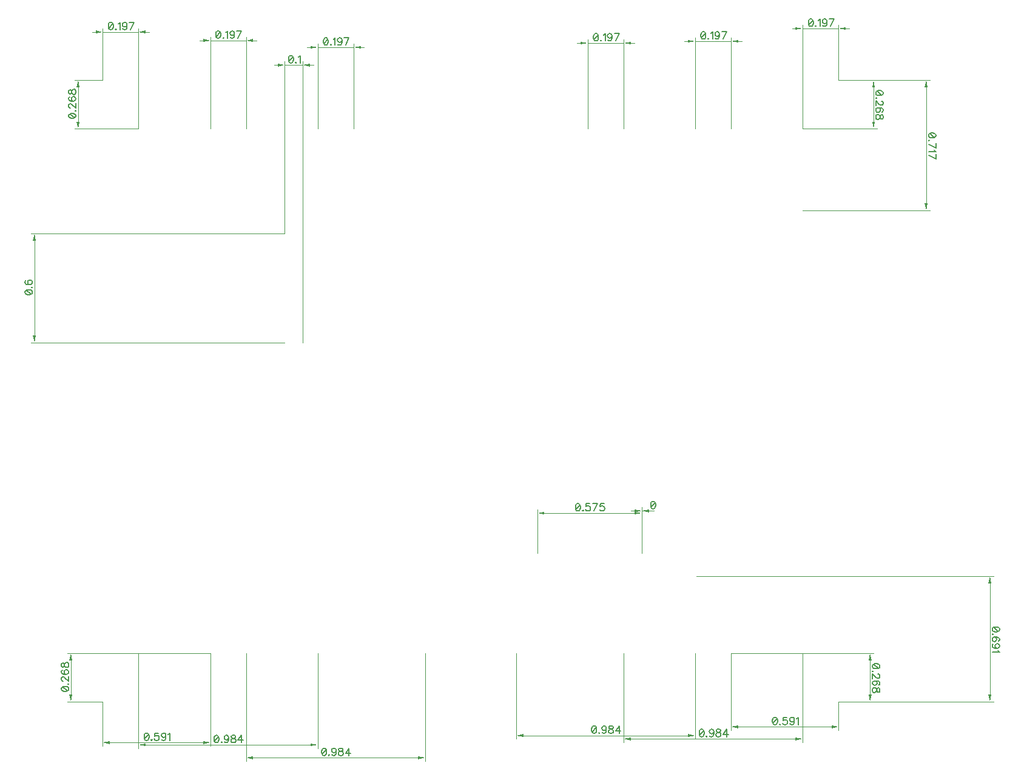
<source format=gbr>
%TF.GenerationSoftware,Novarm,DipTrace Beta,3.0.9.0*%
%TF.CreationDate,2017-03-15T19:41:20+02:00*%
%FSLAX26Y26*%
%MOIN*%
%TF.FileFunction,Drawing,Top*%
%TF.Part,Single*%
%ADD13C,0.0015*%
%ADD107C,0.006176*%
G75*
G01*
%LPD*%
X590850Y3543606D2*
D13*
Y4095819D1*
X394000Y3811323D2*
Y4095819D1*
Y4076134D2*
X590850D1*
X334945D2*
X354630D1*
G36*
X394000D2*
X354630Y4068260D1*
Y4084008D1*
X394000Y4076134D1*
G37*
X649906D2*
D13*
X630220D1*
G36*
X590850D2*
X630220Y4084008D1*
Y4068260D1*
X590850Y4076134D1*
G37*
Y3543606D2*
D13*
X238693D1*
X394000Y3811323D2*
X238693D1*
X258378Y3677465D2*
Y3582976D1*
G36*
Y3543606D2*
X250504Y3582976D1*
X266252D1*
X258378Y3543606D1*
G37*
Y3677465D2*
D13*
Y3771953D1*
G36*
Y3811323D2*
X266252Y3771953D1*
X250504D1*
X258378Y3811323D1*
G37*
X984551Y3543606D2*
D13*
Y4048777D1*
X1181402Y3543606D2*
Y4048777D1*
X984551Y4029092D2*
X1181402D1*
X925496D2*
X945181D1*
G36*
X984551D2*
X945181Y4021218D1*
Y4036966D1*
X984551Y4029092D1*
G37*
X1240457D2*
D13*
X1220772D1*
G36*
X1181402D2*
X1220772Y4036966D1*
Y4021218D1*
X1181402Y4029092D1*
G37*
X1575102Y3543606D2*
D13*
Y4011144D1*
X1771953Y3543606D2*
Y4011144D1*
X1575102Y3991459D2*
X1771953D1*
X1516047D2*
X1535732D1*
G36*
X1575102D2*
X1535732Y3983585D1*
Y3999333D1*
X1575102Y3991459D1*
G37*
X1831008D2*
D13*
X1811323D1*
G36*
X1771953D2*
X1811323Y3999333D1*
Y3983585D1*
X1771953Y3991459D1*
G37*
X4240457Y3543606D2*
D13*
Y4114635D1*
X4437307Y3811323D2*
Y4114635D1*
X4240457Y4094950D2*
X4437307D1*
X4181402D2*
X4201087D1*
G36*
X4240457D2*
X4201087Y4087076D1*
Y4102824D1*
X4240457Y4094950D1*
G37*
X4496362D2*
D13*
X4476677D1*
G36*
X4437307D2*
X4476677Y4102824D1*
Y4087076D1*
X4437307Y4094950D1*
G37*
X4240457Y3543606D2*
D13*
X4649033D1*
X4437307Y3811323D2*
X4649033D1*
X4629348Y3677465D2*
Y3582976D1*
G36*
Y3543606D2*
X4621474Y3582976D1*
X4637222D1*
X4629348Y3543606D1*
G37*
Y3677465D2*
D13*
Y3771953D1*
G36*
Y3811323D2*
X4637222Y3771953D1*
X4621474D1*
X4629348Y3811323D1*
G37*
X3846756Y3543606D2*
D13*
Y4044073D1*
X3649906Y3543606D2*
Y4044073D1*
Y4024388D2*
X3846756D1*
X3590850D2*
X3610535D1*
G36*
X3649906D2*
X3610535Y4016514D1*
Y4032262D1*
X3649906Y4024388D1*
G37*
X3905811D2*
D13*
X3886126D1*
G36*
X3846756D2*
X3886126Y4032262D1*
Y4016514D1*
X3846756Y4024388D1*
G37*
X3256205Y3543606D2*
D13*
Y4034665D1*
X3059354Y3543606D2*
Y4034665D1*
Y4014980D2*
X3256205D1*
X3000299D2*
X3019984D1*
G36*
X3059354D2*
X3019984Y4007106D1*
Y4022854D1*
X3059354Y4014980D1*
G37*
X3315260D2*
D13*
X3295575D1*
G36*
X3256205D2*
X3295575Y4022854D1*
Y4007106D1*
X3256205Y4014980D1*
G37*
X984551Y661717D2*
D13*
Y150815D1*
X394000Y394000D2*
Y150815D1*
X689276Y170500D2*
X945181D1*
G36*
X984551D2*
X945181Y162626D1*
Y178374D1*
X984551Y170500D1*
G37*
X689276D2*
D13*
X433370D1*
G36*
X394000D2*
X433370Y178374D1*
Y162626D1*
X394000Y170500D1*
G37*
X984551Y661717D2*
D13*
X199245D1*
X394000Y394000D2*
X199245D1*
X218930Y527858D2*
Y622346D1*
G36*
Y661717D2*
X226804Y622346D1*
X211056D1*
X218930Y661717D1*
G37*
Y527858D2*
D13*
Y433370D1*
G36*
Y394000D2*
X211056Y433370D1*
X226804D1*
X218930Y394000D1*
G37*
X1575102Y661717D2*
D13*
Y138147D1*
X590850Y661717D2*
Y138147D1*
X1082976Y157832D2*
X1535732D1*
G36*
X1575102D2*
X1535732Y149958D1*
Y165706D1*
X1575102Y157832D1*
G37*
X1082976D2*
D13*
X630220D1*
G36*
X590850D2*
X630220Y165706D1*
Y149958D1*
X590850Y157832D1*
G37*
X2165654Y661717D2*
D13*
Y67585D1*
X1181402Y661717D2*
Y67585D1*
X1673528Y87270D2*
X2126283D1*
G36*
X2165654D2*
X2126283Y79396D1*
Y95144D1*
X2165654Y87270D1*
G37*
X1673528D2*
D13*
X1220772D1*
G36*
X1181402D2*
X1220772Y95144D1*
Y79396D1*
X1181402Y87270D1*
G37*
X3846756Y661717D2*
D13*
Y236933D1*
X4437307Y394000D2*
Y236933D1*
X4142031Y256618D2*
X3886126D1*
G36*
X3846756D2*
X3886126Y264492D1*
Y248744D1*
X3846756Y256618D1*
G37*
X4142031D2*
D13*
X4397937D1*
G36*
X4437307D2*
X4397937Y248744D1*
Y264492D1*
X4437307Y256618D1*
G37*
X3846756Y661717D2*
D13*
X4630698D1*
X4437307Y394000D2*
X4630698D1*
X4611013Y527858D2*
Y622346D1*
G36*
Y661717D2*
X4618887Y622346D1*
X4603139D1*
X4611013Y661717D1*
G37*
Y527858D2*
D13*
Y433370D1*
G36*
Y394000D2*
X4603139Y433370D1*
X4618887D1*
X4611013Y394000D1*
G37*
X3256205Y661717D2*
D13*
Y171075D1*
X4240457Y661717D2*
Y171075D1*
X3748331Y190760D2*
X3295575D1*
G36*
X3256205D2*
X3295575Y198634D1*
Y182886D1*
X3256205Y190760D1*
G37*
X3748331D2*
D13*
X4201087D1*
G36*
X4240457D2*
X4201087Y182886D1*
Y198634D1*
X4240457Y190760D1*
G37*
X3649906Y661717D2*
D13*
Y189892D1*
X2665654Y661717D2*
Y189892D1*
X3157780Y209577D2*
X3610535D1*
G36*
X3649906D2*
X3610535Y201703D1*
Y217451D1*
X3649906Y209577D1*
G37*
X3157780D2*
D13*
X2705024D1*
G36*
X2665654D2*
X2705024Y217451D1*
Y201703D1*
X2665654Y209577D1*
G37*
X4437307Y3811323D2*
D13*
X4938685D1*
X4240063Y3094000D2*
X4938685D1*
X4919000Y3452661D2*
Y3771953D1*
G36*
Y3811323D2*
X4926874Y3771953D1*
X4911126D1*
X4919000Y3811323D1*
G37*
Y3452661D2*
D13*
Y3133370D1*
G36*
Y3094000D2*
X4911126Y3133370D1*
X4926874D1*
X4919000Y3094000D1*
G37*
X4437307Y394000D2*
D13*
X5288685D1*
X3656500Y1085437D2*
X5288685D1*
X5269000Y739719D2*
Y433370D1*
G36*
Y394000D2*
X5261126Y433370D1*
X5276874D1*
X5269000Y394000D1*
G37*
Y739719D2*
D13*
Y1046067D1*
G36*
Y1085437D2*
X5276874Y1046067D1*
X5261126D1*
X5269000Y1085437D1*
G37*
X1394000Y2969000D2*
D13*
X-685D1*
X1394000Y2369000D2*
X-685D1*
X19000Y2669000D2*
Y2929630D1*
G36*
Y2969000D2*
X26874Y2929630D1*
X11126D1*
X19000Y2969000D1*
G37*
Y2669000D2*
D13*
Y2408370D1*
G36*
Y2369000D2*
X11126Y2408370D1*
X26874D1*
X19000Y2369000D1*
G37*
X1394000Y2969000D2*
D13*
Y3913685D1*
X1494000Y2369000D2*
Y3913685D1*
X1394000Y3894000D2*
X1494000D1*
X1334945D2*
X1354630D1*
G36*
X1394000D2*
X1354630Y3886126D1*
Y3901874D1*
X1394000Y3894000D1*
G37*
X1553055D2*
D13*
X1533370D1*
G36*
X1494000D2*
X1533370Y3901874D1*
Y3886126D1*
X1494000Y3894000D1*
G37*
X2781500Y1211421D2*
D13*
Y1451185D1*
X3356500Y1211421D2*
Y1451185D1*
X3069000Y1431500D2*
X2820870D1*
G36*
X2781500D2*
X2820870Y1439374D1*
Y1423626D1*
X2781500Y1431500D1*
G37*
X3069000D2*
D13*
X3317130D1*
G36*
X3356500D2*
X3317130Y1423626D1*
Y1439374D1*
X3356500Y1431500D1*
G37*
Y1211421D2*
D13*
Y1463685D1*
Y1211421D2*
Y1463685D1*
Y1444000D2*
D3*
X3297445D2*
X3317130D1*
G36*
X3356500D2*
X3317130Y1436126D1*
Y1451874D1*
X3356500Y1444000D1*
G37*
X3415555D2*
D13*
X3395870D1*
G36*
X3356500D2*
X3395870Y1451874D1*
Y1436126D1*
X3356500Y1444000D1*
G37*
X3422665D2*
D13*
X3356500D1*
X436344Y4128492D2*
D107*
X430596Y4126591D1*
X426749Y4120843D1*
X424848Y4111293D1*
Y4105544D1*
X426749Y4095994D1*
X430596Y4090246D1*
X436344Y4088345D1*
X440147D1*
X445895Y4090246D1*
X449697Y4095994D1*
X451643Y4105544D1*
Y4111293D1*
X449697Y4120843D1*
X445895Y4126591D1*
X440147Y4128492D1*
X436344D1*
X449697Y4120843D2*
X426749Y4095994D1*
X465895Y4092191D2*
X463994Y4090246D1*
X465895Y4088345D1*
X467841Y4090246D1*
X465895Y4092191D1*
X480192Y4120843D2*
X484039Y4122789D1*
X489787Y4128492D1*
Y4088345D1*
X527032Y4115139D2*
X525086Y4109391D1*
X521284Y4105544D1*
X515536Y4103643D1*
X513635D1*
X507887Y4105544D1*
X504084Y4109391D1*
X502139Y4115139D1*
Y4117041D1*
X504084Y4122789D1*
X507887Y4126591D1*
X513635Y4128492D1*
X515536D1*
X521284Y4126591D1*
X525086Y4122789D1*
X527032Y4115139D1*
Y4105544D1*
X525086Y4095994D1*
X521284Y4090246D1*
X515536Y4088345D1*
X511733D1*
X505985Y4090246D1*
X504084Y4094093D1*
X547033Y4088345D2*
X566178Y4128492D1*
X539383D1*
X206019Y3612828D2*
X207921Y3607080D1*
X213669Y3603233D1*
X223219Y3601332D1*
X228967D1*
X238518Y3603233D1*
X244266Y3607080D1*
X246167Y3612828D1*
Y3616630D1*
X244266Y3622378D1*
X238518Y3626181D1*
X228967Y3628126D1*
X223219D1*
X213669Y3626181D1*
X207921Y3622378D1*
X206019Y3616630D1*
Y3612828D1*
X213669Y3626181D2*
X238518Y3603233D1*
X242320Y3642379D2*
X244266Y3640478D1*
X246167Y3642379D1*
X244266Y3644325D1*
X242320Y3642379D1*
X215570Y3658621D2*
X213669D1*
X209822Y3660523D1*
X207921Y3662424D1*
X206019Y3666271D1*
Y3673920D1*
X207921Y3677723D1*
X209822Y3679624D1*
X213669Y3681569D1*
X217471D1*
X221318Y3679624D1*
X227022Y3675821D1*
X246167Y3656676D1*
Y3683471D1*
X211723Y3718770D2*
X207921Y3716869D1*
X206019Y3711121D1*
Y3707318D1*
X207921Y3701570D1*
X213669Y3697723D1*
X223219Y3695822D1*
X232770D1*
X240419Y3697723D1*
X244266Y3701570D1*
X246167Y3707318D1*
Y3709219D1*
X244266Y3714923D1*
X240419Y3718770D1*
X234671Y3720671D1*
X232770D1*
X227022Y3718770D1*
X223219Y3714923D1*
X221318Y3709219D1*
Y3707318D1*
X223219Y3701570D1*
X227022Y3697723D1*
X232770Y3695822D1*
X206019Y3742573D2*
X207921Y3736869D1*
X211723Y3734924D1*
X215570D1*
X219373Y3736869D1*
X221318Y3740672D1*
X223219Y3748321D1*
X225121Y3754069D1*
X228967Y3757872D1*
X232770Y3759773D1*
X238518D1*
X242320Y3757872D1*
X244266Y3755971D1*
X246167Y3750223D1*
Y3742573D1*
X244266Y3736869D1*
X242320Y3734924D1*
X238518Y3733023D1*
X232770D1*
X228967Y3734924D1*
X225121Y3738771D1*
X223219Y3744474D1*
X221318Y3752124D1*
X219373Y3755971D1*
X215570Y3757872D1*
X211723D1*
X207921Y3755971D1*
X206019Y3750223D1*
Y3742573D1*
X1026895Y4081450D2*
X1021147Y4079549D1*
X1017301Y4073801D1*
X1015399Y4064251D1*
Y4058502D1*
X1017301Y4048952D1*
X1021147Y4043204D1*
X1026895Y4041303D1*
X1030698D1*
X1036446Y4043204D1*
X1040248Y4048952D1*
X1042194Y4058502D1*
Y4064251D1*
X1040248Y4073801D1*
X1036446Y4079549D1*
X1030698Y4081450D1*
X1026895D1*
X1040248Y4073801D2*
X1017301Y4048952D1*
X1056447Y4045149D2*
X1054545Y4043204D1*
X1056447Y4041303D1*
X1058392Y4043204D1*
X1056447Y4045149D1*
X1070744Y4073801D2*
X1074590Y4075747D1*
X1080338Y4081450D1*
Y4041303D1*
X1117583Y4068097D2*
X1115638Y4062349D1*
X1111835Y4058502D1*
X1106087Y4056601D1*
X1104186D1*
X1098438Y4058502D1*
X1094635Y4062349D1*
X1092690Y4068097D1*
Y4069999D1*
X1094635Y4075747D1*
X1098438Y4079549D1*
X1104186Y4081450D1*
X1106087D1*
X1111835Y4079549D1*
X1115638Y4075747D1*
X1117583Y4068097D1*
Y4058502D1*
X1115638Y4048952D1*
X1111835Y4043204D1*
X1106087Y4041303D1*
X1102284D1*
X1096536Y4043204D1*
X1094635Y4047051D1*
X1137584Y4041303D2*
X1156729Y4081450D1*
X1129934D1*
X1617447Y4043818D2*
X1611699Y4041917D1*
X1607852Y4036169D1*
X1605950Y4026618D1*
Y4020870D1*
X1607852Y4011319D1*
X1611699Y4005571D1*
X1617447Y4003670D1*
X1621249D1*
X1626997Y4005571D1*
X1630800Y4011319D1*
X1632745Y4020870D1*
Y4026618D1*
X1630800Y4036169D1*
X1626997Y4041917D1*
X1621249Y4043818D1*
X1617447D1*
X1630800Y4036169D2*
X1607852Y4011319D1*
X1646998Y4007517D2*
X1645097Y4005571D1*
X1646998Y4003670D1*
X1648943Y4005571D1*
X1646998Y4007517D1*
X1661295Y4036169D2*
X1665141Y4038114D1*
X1670889Y4043818D1*
Y4003670D1*
X1708134Y4030465D2*
X1706189Y4024717D1*
X1702386Y4020870D1*
X1696638Y4018969D1*
X1694737D1*
X1688989Y4020870D1*
X1685186Y4024717D1*
X1683241Y4030465D1*
Y4032366D1*
X1685186Y4038114D1*
X1688989Y4041917D1*
X1694737Y4043818D1*
X1696638D1*
X1702386Y4041917D1*
X1706189Y4038114D1*
X1708134Y4030465D1*
Y4020870D1*
X1706189Y4011319D1*
X1702386Y4005571D1*
X1696638Y4003670D1*
X1692836D1*
X1687088Y4005571D1*
X1685186Y4009418D1*
X1728135Y4003670D2*
X1747280Y4043818D1*
X1720486D1*
X4282801Y4147309D2*
X4277053Y4145407D1*
X4273206Y4139659D1*
X4271305Y4130109D1*
Y4124361D1*
X4273206Y4114810D1*
X4277053Y4109062D1*
X4282801Y4107161D1*
X4286603D1*
X4292351Y4109062D1*
X4296154Y4114810D1*
X4298099Y4124361D1*
Y4130109D1*
X4296154Y4139659D1*
X4292351Y4145407D1*
X4286603Y4147309D1*
X4282801D1*
X4296154Y4139659D2*
X4273206Y4114810D1*
X4312352Y4111008D2*
X4310451Y4109062D1*
X4312352Y4107161D1*
X4314298Y4109062D1*
X4312352Y4111008D1*
X4326649Y4139659D2*
X4330496Y4141605D1*
X4336244Y4147309D1*
Y4107161D1*
X4373489Y4133956D2*
X4371543Y4128208D1*
X4367741Y4124361D1*
X4361993Y4122459D1*
X4360091D1*
X4354343Y4124361D1*
X4350541Y4128208D1*
X4348595Y4133956D1*
Y4135857D1*
X4350541Y4141605D1*
X4354343Y4145407D1*
X4360091Y4147309D1*
X4361993D1*
X4367741Y4145407D1*
X4371543Y4141605D1*
X4373489Y4133956D1*
Y4124361D1*
X4371543Y4114810D1*
X4367741Y4109062D1*
X4361993Y4107161D1*
X4358190D1*
X4352442Y4109062D1*
X4350541Y4112909D1*
X4393489Y4107161D2*
X4412635Y4147309D1*
X4385840D1*
X4681706Y3742101D2*
X4679805Y3747849D1*
X4674057Y3751696D1*
X4664506Y3753597D1*
X4658758D1*
X4649208Y3751696D1*
X4643460Y3747849D1*
X4641559Y3742101D1*
Y3738299D1*
X4643460Y3732551D1*
X4649208Y3728748D1*
X4658758Y3726803D1*
X4664506D1*
X4674057Y3728748D1*
X4679805Y3732551D1*
X4681706Y3738299D1*
Y3742101D1*
X4674057Y3728748D2*
X4649208Y3751696D1*
X4645405Y3712550D2*
X4643460Y3714451D1*
X4641559Y3712550D1*
X4643460Y3710605D1*
X4645405Y3712550D1*
X4672156Y3696308D2*
X4674057D1*
X4677904Y3694406D1*
X4679805Y3692505D1*
X4681706Y3688658D1*
Y3681009D1*
X4679805Y3677207D1*
X4677904Y3675305D1*
X4674057Y3673360D1*
X4670254D1*
X4666408Y3675305D1*
X4660704Y3679108D1*
X4641559Y3698253D1*
Y3671458D1*
X4676002Y3636159D2*
X4679805Y3638060D1*
X4681706Y3643808D1*
Y3647611D1*
X4679805Y3653359D1*
X4674057Y3657206D1*
X4664506Y3659107D1*
X4654956D1*
X4647307Y3657206D1*
X4643460Y3653359D1*
X4641559Y3647611D1*
Y3645710D1*
X4643460Y3640006D1*
X4647307Y3636159D1*
X4653055Y3634258D1*
X4654956D1*
X4660704Y3636159D1*
X4664506Y3640006D1*
X4666408Y3645710D1*
Y3647611D1*
X4664506Y3653359D1*
X4660704Y3657206D1*
X4654956Y3659107D1*
X4681706Y3612356D2*
X4679805Y3618060D1*
X4676002Y3620005D1*
X4672156D1*
X4668353Y3618060D1*
X4666408Y3614257D1*
X4664506Y3606608D1*
X4662605Y3600860D1*
X4658758Y3597057D1*
X4654956Y3595156D1*
X4649208D1*
X4645405Y3597057D1*
X4643460Y3598959D1*
X4641559Y3604707D1*
Y3612356D1*
X4643460Y3618060D1*
X4645405Y3620005D1*
X4649208Y3621907D1*
X4654956D1*
X4658758Y3620005D1*
X4662605Y3616158D1*
X4664506Y3610455D1*
X4666408Y3602805D1*
X4668353Y3598959D1*
X4672156Y3597057D1*
X4676002D1*
X4679805Y3598959D1*
X4681706Y3604707D1*
Y3612356D1*
X3692250Y4076747D2*
X3686502Y4074846D1*
X3682655Y4069098D1*
X3680754Y4059547D1*
Y4053799D1*
X3682655Y4044249D1*
X3686502Y4038500D1*
X3692250Y4036599D1*
X3696052D1*
X3701800Y4038500D1*
X3705603Y4044249D1*
X3707548Y4053799D1*
Y4059547D1*
X3705603Y4069098D1*
X3701800Y4074846D1*
X3696052Y4076747D1*
X3692250D1*
X3705603Y4069098D2*
X3682655Y4044249D1*
X3721801Y4040446D2*
X3719900Y4038500D1*
X3721801Y4036599D1*
X3723746Y4038500D1*
X3721801Y4040446D1*
X3736098Y4069098D2*
X3739945Y4071043D1*
X3745693Y4076747D1*
Y4036599D1*
X3782937Y4063394D2*
X3780992Y4057646D1*
X3777189Y4053799D1*
X3771441Y4051898D1*
X3769540D1*
X3763792Y4053799D1*
X3759990Y4057646D1*
X3758044Y4063394D1*
Y4065295D1*
X3759990Y4071043D1*
X3763792Y4074846D1*
X3769540Y4076747D1*
X3771441D1*
X3777189Y4074846D1*
X3780992Y4071043D1*
X3782937Y4063394D1*
Y4053799D1*
X3780992Y4044249D1*
X3777189Y4038500D1*
X3771441Y4036599D1*
X3767639D1*
X3761891Y4038500D1*
X3759990Y4042347D1*
X3802938Y4036599D2*
X3822083Y4076747D1*
X3795289D1*
X3101699Y4067339D2*
X3095950Y4065438D1*
X3092104Y4059690D1*
X3090202Y4050139D1*
Y4044391D1*
X3092104Y4034840D1*
X3095950Y4029092D1*
X3101699Y4027191D1*
X3105501D1*
X3111249Y4029092D1*
X3115052Y4034840D1*
X3116997Y4044391D1*
Y4050139D1*
X3115052Y4059690D1*
X3111249Y4065438D1*
X3105501Y4067339D1*
X3101699D1*
X3115052Y4059690D2*
X3092104Y4034840D1*
X3131250Y4031038D2*
X3129349Y4029092D1*
X3131250Y4027191D1*
X3133195Y4029092D1*
X3131250Y4031038D1*
X3145547Y4059690D2*
X3149393Y4061635D1*
X3155141Y4067339D1*
Y4027191D1*
X3192386Y4053986D2*
X3190441Y4048238D1*
X3186638Y4044391D1*
X3180890Y4042490D1*
X3178989D1*
X3173241Y4044391D1*
X3169438Y4048238D1*
X3167493Y4053986D1*
Y4055887D1*
X3169438Y4061635D1*
X3173241Y4065438D1*
X3178989Y4067339D1*
X3180890D1*
X3186638Y4065438D1*
X3190441Y4061635D1*
X3192386Y4053986D1*
Y4044391D1*
X3190441Y4034840D1*
X3186638Y4029092D1*
X3180890Y4027191D1*
X3177088D1*
X3171340Y4029092D1*
X3169438Y4032939D1*
X3212387Y4027191D2*
X3231532Y4067339D1*
X3204738D1*
X633195Y222859D2*
X627447Y220957D1*
X623600Y215209D1*
X621699Y205659D1*
Y199911D1*
X623600Y190360D1*
X627447Y184612D1*
X633195Y182711D1*
X636997D1*
X642745Y184612D1*
X646548Y190360D1*
X648493Y199911D1*
Y205659D1*
X646548Y215209D1*
X642745Y220957D1*
X636997Y222859D1*
X633195D1*
X646548Y215209D2*
X623600Y190360D1*
X662746Y186558D2*
X660845Y184612D1*
X662746Y182711D1*
X664691Y184612D1*
X662746Y186558D1*
X699991Y222859D2*
X680889D1*
X678988Y205659D1*
X680889Y207560D1*
X686638Y209505D1*
X692341D1*
X698089Y207560D1*
X701936Y203757D1*
X703837Y198009D1*
Y194207D1*
X701936Y188459D1*
X698089Y184612D1*
X692341Y182711D1*
X686638D1*
X680889Y184612D1*
X678988Y186558D1*
X677043Y190360D1*
X741082Y209505D2*
X739137Y203757D1*
X735334Y199911D1*
X729586Y198009D1*
X727685D1*
X721937Y199911D1*
X718134Y203757D1*
X716189Y209505D1*
Y211407D1*
X718134Y217155D1*
X721937Y220957D1*
X727685Y222859D1*
X729586D1*
X735334Y220957D1*
X739137Y217155D1*
X741082Y209505D1*
Y199911D1*
X739137Y190360D1*
X735334Y184612D1*
X729586Y182711D1*
X725784D1*
X720036Y184612D1*
X718134Y188459D1*
X753434Y215209D2*
X757280Y217155D1*
X763028Y222859D1*
Y182711D1*
X166572Y463222D2*
X168473Y457473D1*
X174221Y453627D1*
X183772Y451725D1*
X189520D1*
X199070Y453627D1*
X204818Y457473D1*
X206720Y463222D1*
Y467024D1*
X204818Y472772D1*
X199070Y476575D1*
X189520Y478520D1*
X183772D1*
X174221Y476575D1*
X168473Y472772D1*
X166572Y467024D1*
Y463222D1*
X174221Y476575D2*
X199070Y453627D1*
X202873Y492773D2*
X204818Y490872D1*
X206720Y492773D1*
X204818Y494718D1*
X202873Y492773D1*
X176122Y509015D2*
X174221D1*
X170374Y510916D1*
X168473Y512818D1*
X166572Y516664D1*
Y524314D1*
X168473Y528116D1*
X170374Y530018D1*
X174221Y531963D1*
X178024D1*
X181871Y530018D1*
X187574Y526215D1*
X206720Y507070D1*
Y533864D1*
X172276Y569164D2*
X168473Y567262D1*
X166572Y561514D1*
Y557712D1*
X168473Y551964D1*
X174221Y548117D1*
X183772Y546216D1*
X193322D1*
X200972Y548117D1*
X204818Y551964D1*
X206720Y557712D1*
Y559613D1*
X204818Y565317D1*
X200972Y569164D1*
X195224Y571065D1*
X193322D1*
X187574Y569164D1*
X183772Y565317D1*
X181871Y559613D1*
Y557712D1*
X183772Y551964D1*
X187574Y548117D1*
X193322Y546216D1*
X166572Y592967D2*
X168473Y587263D1*
X172276Y585318D1*
X176122D1*
X179925Y587263D1*
X181871Y591066D1*
X183772Y598715D1*
X185673Y604463D1*
X189520Y608266D1*
X193322Y610167D1*
X199070D1*
X202873Y608266D1*
X204818Y606364D1*
X206720Y600616D1*
Y592967D1*
X204818Y587263D1*
X202873Y585318D1*
X199070Y583416D1*
X193322D1*
X189520Y585318D1*
X185673Y589164D1*
X183772Y594868D1*
X181871Y602517D1*
X179925Y606364D1*
X176122Y608266D1*
X172276D1*
X168473Y606364D1*
X166572Y600616D1*
Y592967D1*
X1017367Y210191D2*
X1011619Y208289D1*
X1007772Y202541D1*
X1005871Y192991D1*
Y187243D1*
X1007772Y177692D1*
X1011619Y171944D1*
X1017367Y170043D1*
X1021169D1*
X1026917Y171944D1*
X1030720Y177692D1*
X1032665Y187243D1*
Y192991D1*
X1030720Y202541D1*
X1026917Y208289D1*
X1021169Y210191D1*
X1017367D1*
X1030720Y202541D2*
X1007772Y177692D1*
X1046918Y173890D2*
X1045017Y171944D1*
X1046918Y170043D1*
X1048864Y171944D1*
X1046918Y173890D1*
X1086108Y196837D2*
X1084163Y191089D1*
X1080360Y187243D1*
X1074612Y185341D1*
X1072711D1*
X1066963Y187243D1*
X1063161Y191089D1*
X1061215Y196837D1*
Y198739D1*
X1063161Y204487D1*
X1066963Y208289D1*
X1072711Y210191D1*
X1074612D1*
X1080360Y208289D1*
X1084163Y204487D1*
X1086108Y196837D1*
Y187243D1*
X1084163Y177692D1*
X1080360Y171944D1*
X1074612Y170043D1*
X1070810D1*
X1065062Y171944D1*
X1063161Y175791D1*
X1108010Y210191D2*
X1102307Y208289D1*
X1100361Y204487D1*
Y200640D1*
X1102307Y196837D1*
X1106109Y194892D1*
X1113758Y192991D1*
X1119506Y191089D1*
X1123309Y187243D1*
X1125210Y183440D1*
Y177692D1*
X1123309Y173890D1*
X1121408Y171944D1*
X1115660Y170043D1*
X1108010D1*
X1102307Y171944D1*
X1100361Y173890D1*
X1098460Y177692D1*
Y183440D1*
X1100361Y187243D1*
X1104208Y191089D1*
X1109912Y192991D1*
X1117561Y194892D1*
X1121408Y196837D1*
X1123309Y200640D1*
Y204487D1*
X1121408Y208289D1*
X1115660Y210191D1*
X1108010D1*
X1156707Y170043D2*
Y210191D1*
X1137562Y183440D1*
X1166258D1*
X1607918Y139629D2*
X1602170Y137728D1*
X1598323Y131980D1*
X1596422Y122429D1*
Y116681D1*
X1598323Y107130D1*
X1602170Y101382D1*
X1607918Y99481D1*
X1611721D1*
X1617469Y101382D1*
X1621271Y107130D1*
X1623217Y116681D1*
Y122429D1*
X1621271Y131980D1*
X1617469Y137728D1*
X1611721Y139629D1*
X1607918D1*
X1621271Y131980D2*
X1598323Y107130D1*
X1637469Y103328D2*
X1635568Y101382D1*
X1637469Y99481D1*
X1639415Y101382D1*
X1637469Y103328D1*
X1676660Y126276D2*
X1674714Y120528D1*
X1670912Y116681D1*
X1665164Y114780D1*
X1663262D1*
X1657514Y116681D1*
X1653712Y120528D1*
X1651766Y126276D1*
Y128177D1*
X1653712Y133925D1*
X1657514Y137728D1*
X1663262Y139629D1*
X1665164D1*
X1670912Y137728D1*
X1674714Y133925D1*
X1676660Y126276D1*
Y116681D1*
X1674714Y107130D1*
X1670912Y101382D1*
X1665164Y99481D1*
X1661361D1*
X1655613Y101382D1*
X1653712Y105229D1*
X1698562Y139629D2*
X1692858Y137728D1*
X1690912Y133925D1*
Y130078D1*
X1692858Y126276D1*
X1696660Y124330D1*
X1704310Y122429D1*
X1710058Y120528D1*
X1713860Y116681D1*
X1715761Y112878D1*
Y107130D1*
X1713860Y103328D1*
X1711959Y101382D1*
X1706211Y99481D1*
X1698562D1*
X1692858Y101382D1*
X1690912Y103328D1*
X1689011Y107130D1*
Y112878D1*
X1690912Y116681D1*
X1694759Y120528D1*
X1700463Y122429D1*
X1708112Y124330D1*
X1711959Y126276D1*
X1713860Y130078D1*
Y133925D1*
X1711959Y137728D1*
X1706211Y139629D1*
X1698562D1*
X1747258Y99481D2*
Y139629D1*
X1728113Y112878D1*
X1756809D1*
X4085950Y308977D2*
X4080202Y307075D1*
X4076356Y301327D1*
X4074454Y291777D1*
Y286029D1*
X4076356Y276478D1*
X4080202Y270730D1*
X4085950Y268829D1*
X4089753D1*
X4095501Y270730D1*
X4099304Y276478D1*
X4101249Y286029D1*
Y291777D1*
X4099304Y301327D1*
X4095501Y307075D1*
X4089753Y308977D1*
X4085950D1*
X4099304Y301327D2*
X4076356Y276478D1*
X4115502Y272676D2*
X4113600Y270730D1*
X4115502Y268829D1*
X4117447Y270730D1*
X4115502Y272676D1*
X4152747Y308977D2*
X4133645D1*
X4131744Y291777D1*
X4133645Y293678D1*
X4139393Y295624D1*
X4145097D1*
X4150845Y293678D1*
X4154692Y289876D1*
X4156593Y284127D1*
Y280325D1*
X4154692Y274577D1*
X4150845Y270730D1*
X4145097Y268829D1*
X4139393D1*
X4133645Y270730D1*
X4131744Y272676D1*
X4129799Y276478D1*
X4193838Y295624D2*
X4191893Y289876D1*
X4188090Y286029D1*
X4182342Y284127D1*
X4180441D1*
X4174693Y286029D1*
X4170890Y289876D1*
X4168945Y295624D1*
Y297525D1*
X4170890Y303273D1*
X4174693Y307075D1*
X4180441Y308977D1*
X4182342D1*
X4188090Y307075D1*
X4191893Y303273D1*
X4193838Y295624D1*
Y286029D1*
X4191893Y276478D1*
X4188090Y270730D1*
X4182342Y268829D1*
X4178539D1*
X4172791Y270730D1*
X4170890Y274577D1*
X4206189Y301327D2*
X4210036Y303273D1*
X4215784Y308977D1*
Y268829D1*
X4663372Y592495D2*
X4661470Y598243D1*
X4655722Y602090D1*
X4646172Y603991D1*
X4640424D1*
X4630873Y602090D1*
X4625125Y598243D1*
X4623224Y592495D1*
Y588692D1*
X4625125Y582944D1*
X4630873Y579142D1*
X4640424Y577196D1*
X4646172D1*
X4655722Y579142D1*
X4661470Y582944D1*
X4663372Y588692D1*
Y592495D1*
X4655722Y579142D2*
X4630873Y602090D1*
X4627071Y562944D2*
X4625125Y564845D1*
X4623224Y562944D1*
X4625125Y560998D1*
X4627071Y562944D1*
X4653821Y546701D2*
X4655722D1*
X4659569Y544800D1*
X4661470Y542899D1*
X4663372Y539052D1*
Y531403D1*
X4661470Y527600D1*
X4659569Y525699D1*
X4655722Y523753D1*
X4651920D1*
X4648073Y525699D1*
X4642369Y529501D1*
X4623224Y548647D1*
Y521852D1*
X4657668Y486553D2*
X4661470Y488454D1*
X4663372Y494202D1*
Y498005D1*
X4661470Y503753D1*
X4655722Y507600D1*
X4646172Y509501D1*
X4636621D1*
X4628972Y507600D1*
X4625125Y503753D1*
X4623224Y498005D1*
Y496103D1*
X4625125Y490400D1*
X4628972Y486553D1*
X4634720Y484652D1*
X4636621D1*
X4642369Y486553D1*
X4646172Y490400D1*
X4648073Y496103D1*
Y498005D1*
X4646172Y503753D1*
X4642369Y507600D1*
X4636621Y509501D1*
X4663372Y462750D2*
X4661470Y468453D1*
X4657668Y470399D1*
X4653821D1*
X4650019Y468453D1*
X4648073Y464651D1*
X4646172Y457002D1*
X4644271Y451254D1*
X4640424Y447451D1*
X4636621Y445550D1*
X4630873D1*
X4627071Y447451D1*
X4625125Y449352D1*
X4623224Y455100D1*
Y462750D1*
X4625125Y468453D1*
X4627071Y470399D1*
X4630873Y472300D1*
X4636621D1*
X4640424Y470399D1*
X4644271Y466552D1*
X4646172Y460848D1*
X4648073Y453199D1*
X4650019Y449352D1*
X4653821Y447451D1*
X4657668D1*
X4661470Y449352D1*
X4663372Y455100D1*
Y462750D1*
X3682721Y243118D2*
X3676973Y241217D1*
X3673126Y235469D1*
X3671225Y225919D1*
Y220170D1*
X3673126Y210620D1*
X3676973Y204872D1*
X3682721Y202971D1*
X3686524D1*
X3692272Y204872D1*
X3696074Y210620D1*
X3698020Y220170D1*
Y225919D1*
X3696074Y235469D1*
X3692272Y241217D1*
X3686524Y243118D1*
X3682721D1*
X3696074Y235469D2*
X3673126Y210620D1*
X3712272Y206817D2*
X3710371Y204872D1*
X3712272Y202971D1*
X3714218Y204872D1*
X3712272Y206817D1*
X3751463Y229765D2*
X3749517Y224017D1*
X3745715Y220170D1*
X3739967Y218269D1*
X3738065D1*
X3732317Y220170D1*
X3728515Y224017D1*
X3726569Y229765D1*
Y231667D1*
X3728515Y237415D1*
X3732317Y241217D1*
X3738065Y243118D1*
X3739967D1*
X3745715Y241217D1*
X3749517Y237415D1*
X3751463Y229765D1*
Y220170D1*
X3749517Y210620D1*
X3745715Y204872D1*
X3739967Y202971D1*
X3736164D1*
X3730416Y204872D1*
X3728515Y208719D1*
X3773365Y243118D2*
X3767661Y241217D1*
X3765715Y237415D1*
Y233568D1*
X3767661Y229765D1*
X3771463Y227820D1*
X3779113Y225919D1*
X3784861Y224017D1*
X3788663Y220170D1*
X3790565Y216368D1*
Y210620D1*
X3788663Y206817D1*
X3786762Y204872D1*
X3781014Y202971D1*
X3773365D1*
X3767661Y204872D1*
X3765715Y206817D1*
X3763814Y210620D1*
Y216368D1*
X3765715Y220170D1*
X3769562Y224017D1*
X3775266Y225919D1*
X3782915Y227820D1*
X3786762Y229765D1*
X3788663Y233568D1*
Y237415D1*
X3786762Y241217D1*
X3781014Y243118D1*
X3773365D1*
X3822061Y202971D2*
Y243118D1*
X3802916Y216368D1*
X3831612D1*
X3092170Y261936D2*
X3086422Y260035D1*
X3082575Y254287D1*
X3080674Y244736D1*
Y238988D1*
X3082575Y229437D1*
X3086422Y223689D1*
X3092170Y221788D1*
X3095973D1*
X3101721Y223689D1*
X3105523Y229437D1*
X3107469Y238988D1*
Y244736D1*
X3105523Y254287D1*
X3101721Y260035D1*
X3095973Y261936D1*
X3092170D1*
X3105523Y254287D2*
X3082575Y229437D1*
X3121721Y225635D2*
X3119820Y223689D1*
X3121721Y221788D1*
X3123667Y223689D1*
X3121721Y225635D1*
X3160912Y248583D2*
X3158966Y242835D1*
X3155164Y238988D1*
X3149416Y237087D1*
X3147514D1*
X3141766Y238988D1*
X3137964Y242835D1*
X3136018Y248583D1*
Y250484D1*
X3137964Y256232D1*
X3141766Y260035D1*
X3147514Y261936D1*
X3149416D1*
X3155164Y260035D1*
X3158966Y256232D1*
X3160912Y248583D1*
Y238988D1*
X3158966Y229437D1*
X3155164Y223689D1*
X3149416Y221788D1*
X3145613D1*
X3139865Y223689D1*
X3137964Y227536D1*
X3182814Y261936D2*
X3177110Y260035D1*
X3175164Y256232D1*
Y252385D1*
X3177110Y248583D1*
X3180912Y246637D1*
X3188562Y244736D1*
X3194310Y242835D1*
X3198112Y238988D1*
X3200013Y235186D1*
Y229437D1*
X3198112Y225635D1*
X3196211Y223689D1*
X3190463Y221788D1*
X3182814D1*
X3177110Y223689D1*
X3175164Y225635D1*
X3173263Y229437D1*
Y235186D1*
X3175164Y238988D1*
X3179011Y242835D1*
X3184715Y244736D1*
X3192364Y246637D1*
X3196211Y248583D1*
X3198112Y252385D1*
Y256232D1*
X3196211Y260035D1*
X3190463Y261936D1*
X3182814D1*
X3231510Y221788D2*
Y261936D1*
X3212365Y235186D1*
X3241061D1*
X4971359Y3509693D2*
X4969457Y3515441D1*
X4963709Y3519288D1*
X4954159Y3521189D1*
X4948411D1*
X4938860Y3519288D1*
X4933112Y3515441D1*
X4931211Y3509693D1*
Y3505891D1*
X4933112Y3500143D1*
X4938860Y3496340D1*
X4948411Y3494394D1*
X4954159D1*
X4963709Y3496340D1*
X4969457Y3500143D1*
X4971359Y3505891D1*
Y3509693D1*
X4963709Y3496340D2*
X4938860Y3519288D1*
X4935058Y3480142D2*
X4933112Y3482043D1*
X4931211Y3480142D1*
X4933112Y3478196D1*
X4935058Y3480142D1*
X4931211Y3458196D2*
X4971359Y3439050D1*
Y3465845D1*
X4963709Y3426699D2*
X4965655Y3422852D1*
X4971359Y3417104D1*
X4931211D1*
Y3397103D2*
X4971359Y3377958D1*
Y3404753D1*
X5321359Y794827D2*
X5319457Y800575D1*
X5313709Y804422D1*
X5304159Y806323D1*
X5298411D1*
X5288860Y804422D1*
X5283112Y800575D1*
X5281211Y794827D1*
Y791024D1*
X5283112Y785276D1*
X5288860Y781474D1*
X5298411Y779528D1*
X5304159D1*
X5313709Y781474D1*
X5319457Y785276D1*
X5321359Y791024D1*
Y794827D1*
X5313709Y781474D2*
X5288860Y804422D1*
X5285058Y765276D2*
X5283112Y767177D1*
X5281211Y765276D1*
X5283112Y763330D1*
X5285058Y765276D1*
X5315655Y728031D2*
X5319457Y729932D1*
X5321359Y735680D1*
Y739483D1*
X5319457Y745231D1*
X5313709Y749077D1*
X5304159Y750979D1*
X5294608D1*
X5286959Y749077D1*
X5283112Y745231D1*
X5281211Y739483D1*
Y737581D1*
X5283112Y731877D1*
X5286959Y728031D1*
X5292707Y726129D1*
X5294608D1*
X5300356Y728031D1*
X5304159Y731877D1*
X5306060Y737581D1*
Y739483D1*
X5304159Y745231D1*
X5300356Y749077D1*
X5294608Y750979D1*
X5308005Y688885D2*
X5302257Y690830D1*
X5298411Y694633D1*
X5296509Y700381D1*
Y702282D1*
X5298411Y708030D1*
X5302257Y711833D1*
X5308005Y713778D1*
X5309907D1*
X5315655Y711833D1*
X5319457Y708030D1*
X5321359Y702282D1*
Y700381D1*
X5319457Y694633D1*
X5315655Y690830D1*
X5308005Y688885D1*
X5298411D1*
X5288860Y690830D1*
X5283112Y694633D1*
X5281211Y700381D1*
Y704183D1*
X5283112Y709931D1*
X5286959Y711833D1*
X5313709Y676533D2*
X5315655Y672686D1*
X5321359Y666938D1*
X5281211D1*
X-33359Y2643487D2*
X-31457Y2637739D1*
X-25709Y2633892D1*
X-16159Y2631991D1*
X-10411D1*
X-860Y2633892D1*
X4888Y2637739D1*
X6789Y2643487D1*
Y2647290D1*
X4888Y2653038D1*
X-860Y2656840D1*
X-10411Y2658786D1*
X-16159D1*
X-25709Y2656840D1*
X-31457Y2653038D1*
X-33359Y2647290D1*
Y2643487D1*
X-25709Y2656840D2*
X-860Y2633892D1*
X2942Y2673038D2*
X4888Y2671137D1*
X6789Y2673038D1*
X4888Y2674984D1*
X2942Y2673038D1*
X-27655Y2710283D2*
X-31457Y2708382D1*
X-33359Y2702634D1*
Y2698831D1*
X-31457Y2693083D1*
X-25709Y2689237D1*
X-16159Y2687335D1*
X-6608D1*
X1041Y2689237D1*
X4888Y2693083D1*
X6789Y2698831D1*
Y2700733D1*
X4888Y2706437D1*
X1041Y2710283D1*
X-4707Y2712185D1*
X-6608D1*
X-12356Y2710283D1*
X-16159Y2706437D1*
X-18060Y2700733D1*
Y2698831D1*
X-16159Y2693083D1*
X-12356Y2689237D1*
X-6608Y2687335D1*
X1426114Y3946359D2*
X1420366Y3944457D1*
X1416520Y3938709D1*
X1414618Y3929159D1*
Y3923411D1*
X1416520Y3913860D1*
X1420366Y3908112D1*
X1426114Y3906211D1*
X1429917D1*
X1435665Y3908112D1*
X1439468Y3913860D1*
X1441413Y3923411D1*
Y3929159D1*
X1439468Y3938709D1*
X1435665Y3944457D1*
X1429917Y3946359D1*
X1426114D1*
X1439468Y3938709D2*
X1416520Y3913860D1*
X1455666Y3910058D2*
X1453764Y3908112D1*
X1455666Y3906211D1*
X1457611Y3908112D1*
X1455666Y3910058D1*
X1469963Y3938709D2*
X1473809Y3940655D1*
X1479557Y3946359D1*
Y3906211D1*
X3003368Y1483859D2*
X2997620Y1481957D1*
X2993774Y1476209D1*
X2991872Y1466659D1*
Y1460911D1*
X2993774Y1451360D1*
X2997620Y1445612D1*
X3003368Y1443711D1*
X3007171D1*
X3012919Y1445612D1*
X3016722Y1451360D1*
X3018667Y1460911D1*
Y1466659D1*
X3016722Y1476209D1*
X3012919Y1481957D1*
X3007171Y1483859D1*
X3003368D1*
X3016722Y1476209D2*
X2993774Y1451360D1*
X3032920Y1447558D2*
X3031018Y1445612D1*
X3032920Y1443711D1*
X3034865Y1445612D1*
X3032920Y1447558D1*
X3070164Y1483859D2*
X3051063D1*
X3049162Y1466659D1*
X3051063Y1468560D1*
X3056811Y1470505D1*
X3062515D1*
X3068263Y1468560D1*
X3072110Y1464757D1*
X3074011Y1459009D1*
Y1455207D1*
X3072110Y1449459D1*
X3068263Y1445612D1*
X3062515Y1443711D1*
X3056811D1*
X3051063Y1445612D1*
X3049162Y1447558D1*
X3047217Y1451360D1*
X3094012Y1443711D2*
X3113157Y1483859D1*
X3086363D1*
X3148457D2*
X3129355D1*
X3127454Y1466659D1*
X3129355Y1468560D1*
X3135103Y1470505D1*
X3140807D1*
X3146555Y1468560D1*
X3150402Y1464757D1*
X3152303Y1459009D1*
Y1455207D1*
X3150402Y1449459D1*
X3146555Y1445612D1*
X3140807Y1443711D1*
X3135103D1*
X3129355Y1445612D1*
X3127454Y1447558D1*
X3125509Y1451360D1*
X3416630Y1496359D2*
X3410882Y1494457D1*
X3407035Y1488709D1*
X3405134Y1479159D1*
Y1473411D1*
X3407035Y1463860D1*
X3410882Y1458112D1*
X3416630Y1456211D1*
X3420432D1*
X3426180Y1458112D1*
X3429983Y1463860D1*
X3431928Y1473411D1*
Y1479159D1*
X3429983Y1488709D1*
X3426180Y1494457D1*
X3420432Y1496359D1*
X3416630D1*
X3429983Y1488709D2*
X3407035Y1463860D1*
M02*

</source>
